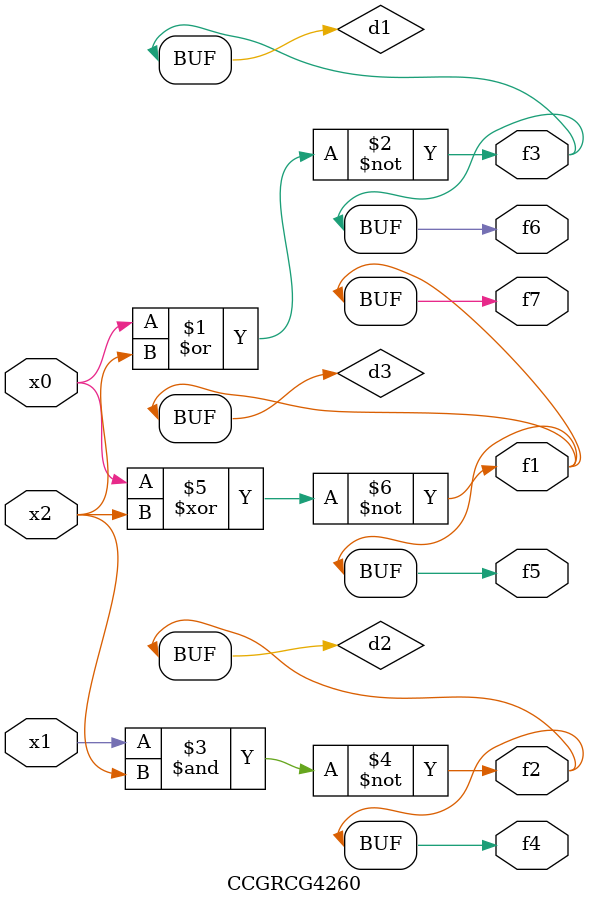
<source format=v>
module CCGRCG4260(
	input x0, x1, x2,
	output f1, f2, f3, f4, f5, f6, f7
);

	wire d1, d2, d3;

	nor (d1, x0, x2);
	nand (d2, x1, x2);
	xnor (d3, x0, x2);
	assign f1 = d3;
	assign f2 = d2;
	assign f3 = d1;
	assign f4 = d2;
	assign f5 = d3;
	assign f6 = d1;
	assign f7 = d3;
endmodule

</source>
